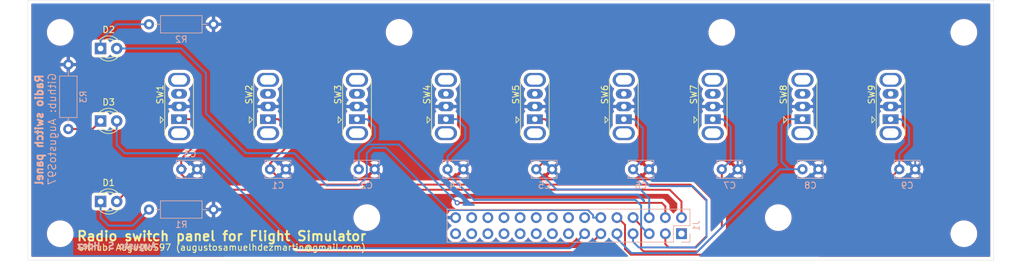
<source format=kicad_pcb>
(kicad_pcb (version 20171130) (host pcbnew "(5.1.9)-1")
  (layers (0 F.Cu signal) (31 B.Cu signal) (34 B.Paste user) (35 F.Paste user) (36 B.SilkS user) (37 F.SilkS user) (38 B.Mask user) (39 F.Mask user) (44 Edge.Cuts user))
  (net 0 "")
  (net 1 GND)
  (net 2 COM2)
  (net 3 BOTH)
  (net 4 COM1)
  (net 5 NAV1)
  (net 6 NAV2)
  (net 7 MKR)
  (net 8 DME)
  (net 9 ADF)
  (net 10 AUX)
  (net 11 O_led)
  (net 12 "Net-(D1-Pad1)")
  (net 13 M_led)
  (net 14 "Net-(D2-Pad1)")
  (net 15 I_led)
  (net 16 "Net-(D3-Pad1)")
  (module MountingHole:MountingHole_3.2mm_M3 (layer F.Cu) (at 82.55 58.42)
    (fp_text reference REF** hide)
    (fp_text value MountingHole_3.2mm_M3)
    (pad 1 np_thru_hole circle (at 0 0) (size 3.2 3.2) (drill 3.2) (layers *.Cu *.Mask))
  )
  (module MountingHole:MountingHole_3.2mm_M3 (layer F.Cu) (at 147.32 58.42)
    (fp_text reference REF** hide)
    (fp_text value MountingHole_3.2mm_M3)
    (pad 1 np_thru_hole circle (at 0 0) (size 3.2 3.2) (drill 3.2) (layers *.Cu *.Mask))
  )
  (module MountingHole:MountingHole_3.2mm_M3 (layer F.Cu) (at 138.43 29.21)
    (fp_text reference REF** hide)
    (fp_text value MountingHole_3.2mm_M3)
    (pad 1 np_thru_hole circle (at 0 0) (size 3.2 3.2) (drill 3.2) (layers *.Cu *.Mask))
  )
  (module MountingHole:MountingHole_3.2mm_M3 (layer F.Cu) (at 87.63 29.21)
    (fp_text reference REF** hide)
    (fp_text value MountingHole_3.2mm_M3)
    (pad 1 np_thru_hole circle (at 0 0) (size 3.2 3.2) (drill 3.2) (layers *.Cu *.Mask))
  )
  (module MountingHole:MountingHole_3.2mm_M3 (layer F.Cu) (at 34.29 29.21)
    (fp_text reference REF** hide)
    (fp_text value MountingHole_3.2mm_M3)
    (pad 1 np_thru_hole circle (at 0 0) (size 3.2 3.2) (drill 3.2) (layers *.Cu *.Mask))
  )
  (module MountingHole:MountingHole_3.2mm_M3 (layer F.Cu) (at 34.29 60.96)
    (fp_text reference REF** hide)
    (fp_text value MountingHole_3.2mm_M3)
    (pad 1 np_thru_hole circle (at 0 0) (size 3.2 3.2) (drill 3.2) (layers *.Cu *.Mask))
  )
  (module MountingHole:MountingHole_3.2mm_M3 (layer F.Cu) (at 176.53 60.96)
    (fp_text reference REF** hide)
    (fp_text value MountingHole_3.2mm_M3)
    (pad 1 np_thru_hole circle (at 0 0) (size 3.2 3.2) (drill 3.2) (layers *.Cu *.Mask))
  )
  (module MountingHole:MountingHole_3.2mm_M3 (layer F.Cu) (at 176.53 29.21)
    (fp_text reference REF** hide)
    (fp_text value MountingHole_3.2mm_M3)
    (pad 1 np_thru_hole circle (at 0 0) (size 3.2 3.2) (drill 3.2) (layers *.Cu *.Mask))
  )
  (module cessna-switch-radio-pcb:SW_Slide_1P2T_SS12D07VG6 (layer F.Cu) (at 165 43 90)
    (fp_text reference SW9 (at 3.99 -2.99 90) (layer F.SilkS))
    (fp_text value "SW_COM-DPDT 8x8 mm")
    (fp_line (start 0.5 -2.96) (end -0.5 -2.96) (layer F.SilkS) (width 0.12))
    (fp_line (start 0 -2.46) (end 0.5 -2.96) (layer F.SilkS) (width 0.12))
    (fp_line (start -0.5 -2.96) (end 0 -2.46) (layer F.SilkS) (width 0.12))
    (fp_line (start 6.41 2.26) (end 6.41 1.95) (layer F.SilkS) (width 0.12))
    (fp_line (start -2.41 2.26) (end -2.41 1.95) (layer F.SilkS) (width 0.12))
    (fp_line (start -2.41 -1.95) (end -2.41 -2.26) (layer F.SilkS) (width 0.12))
    (fp_line (start 6.41 2.26) (end -2.41 2.26) (layer F.SilkS) (width 0.12))
    (fp_line (start 6.41 -2.26) (end 6.41 -1.95) (layer F.SilkS) (width 0.12))
    (fp_line (start -2.41 -2.26) (end 6.41 -2.26) (layer F.SilkS) (width 0.12))
    (pad "" thru_hole oval (at 6.3 0 90) (size 2.2 3.5) (drill oval 1.5 2.5) (layers *.Cu *.Mask))
    (pad "" thru_hole oval (at -2.1 0 90) (size 2.2 3.5) (drill oval 1.5 2.5) (layers *.Cu *.Mask))
    (pad 3 thru_hole oval (at 4.1 0 90) (size 1.5 2.5) (drill 0.85) (layers *.Cu *.Mask))
    (pad 2 thru_hole oval (at 2.1 0 90) (size 1.5 2.5) (drill 0.85) (layers *.Cu *.Mask) (net 1 GND))
    (pad 1 thru_hole rect (at 0.1 0 90) (size 1.5 2.5) (drill 0.85) (layers *.Cu *.Mask) (net 10 AUX))
  )
  (module cessna-switch-radio-pcb:SW_Slide_1P2T_SS12D07VG6 (layer F.Cu) (at 151.13 43 90)
    (fp_text reference SW8 (at 3.99 -2.99 90) (layer F.SilkS))
    (fp_text value "SW_COM-DPDT 8x8 mm")
    (fp_line (start 0.5 -2.96) (end -0.5 -2.96) (layer F.SilkS) (width 0.12))
    (fp_line (start 0 -2.46) (end 0.5 -2.96) (layer F.SilkS) (width 0.12))
    (fp_line (start -0.5 -2.96) (end 0 -2.46) (layer F.SilkS) (width 0.12))
    (fp_line (start 6.41 2.26) (end 6.41 1.95) (layer F.SilkS) (width 0.12))
    (fp_line (start -2.41 2.26) (end -2.41 1.95) (layer F.SilkS) (width 0.12))
    (fp_line (start -2.41 -1.95) (end -2.41 -2.26) (layer F.SilkS) (width 0.12))
    (fp_line (start 6.41 2.26) (end -2.41 2.26) (layer F.SilkS) (width 0.12))
    (fp_line (start 6.41 -2.26) (end 6.41 -1.95) (layer F.SilkS) (width 0.12))
    (fp_line (start -2.41 -2.26) (end 6.41 -2.26) (layer F.SilkS) (width 0.12))
    (pad "" thru_hole oval (at 6.3 0 90) (size 2.2 3.5) (drill oval 1.5 2.5) (layers *.Cu *.Mask))
    (pad "" thru_hole oval (at -2.1 0 90) (size 2.2 3.5) (drill oval 1.5 2.5) (layers *.Cu *.Mask))
    (pad 3 thru_hole oval (at 4.1 0 90) (size 1.5 2.5) (drill 0.85) (layers *.Cu *.Mask))
    (pad 2 thru_hole oval (at 2.1 0 90) (size 1.5 2.5) (drill 0.85) (layers *.Cu *.Mask) (net 1 GND))
    (pad 1 thru_hole rect (at 0.1 0 90) (size 1.5 2.5) (drill 0.85) (layers *.Cu *.Mask) (net 9 ADF))
  )
  (module cessna-switch-radio-pcb:SW_Slide_1P2T_SS12D07VG6 (layer F.Cu) (at 137 43 90)
    (fp_text reference SW7 (at 3.99 -2.99 90) (layer F.SilkS))
    (fp_text value "SW_COM-DPDT 8x8 mm")
    (fp_line (start 0.5 -2.96) (end -0.5 -2.96) (layer F.SilkS) (width 0.12))
    (fp_line (start 0 -2.46) (end 0.5 -2.96) (layer F.SilkS) (width 0.12))
    (fp_line (start -0.5 -2.96) (end 0 -2.46) (layer F.SilkS) (width 0.12))
    (fp_line (start 6.41 2.26) (end 6.41 1.95) (layer F.SilkS) (width 0.12))
    (fp_line (start -2.41 2.26) (end -2.41 1.95) (layer F.SilkS) (width 0.12))
    (fp_line (start -2.41 -1.95) (end -2.41 -2.26) (layer F.SilkS) (width 0.12))
    (fp_line (start 6.41 2.26) (end -2.41 2.26) (layer F.SilkS) (width 0.12))
    (fp_line (start 6.41 -2.26) (end 6.41 -1.95) (layer F.SilkS) (width 0.12))
    (fp_line (start -2.41 -2.26) (end 6.41 -2.26) (layer F.SilkS) (width 0.12))
    (pad "" thru_hole oval (at 6.3 0 90) (size 2.2 3.5) (drill oval 1.5 2.5) (layers *.Cu *.Mask))
    (pad "" thru_hole oval (at -2.1 0 90) (size 2.2 3.5) (drill oval 1.5 2.5) (layers *.Cu *.Mask))
    (pad 3 thru_hole oval (at 4.1 0 90) (size 1.5 2.5) (drill 0.85) (layers *.Cu *.Mask))
    (pad 2 thru_hole oval (at 2.1 0 90) (size 1.5 2.5) (drill 0.85) (layers *.Cu *.Mask) (net 1 GND))
    (pad 1 thru_hole rect (at 0.1 0 90) (size 1.5 2.5) (drill 0.85) (layers *.Cu *.Mask) (net 8 DME))
  )
  (module cessna-switch-radio-pcb:SW_Slide_1P2T_SS12D07VG6 (layer F.Cu) (at 123 43 90)
    (fp_text reference SW6 (at 3.99 -2.99 90) (layer F.SilkS))
    (fp_text value "SW_COM-DPDT 8x8 mm")
    (fp_line (start 0.5 -2.96) (end -0.5 -2.96) (layer F.SilkS) (width 0.12))
    (fp_line (start 0 -2.46) (end 0.5 -2.96) (layer F.SilkS) (width 0.12))
    (fp_line (start -0.5 -2.96) (end 0 -2.46) (layer F.SilkS) (width 0.12))
    (fp_line (start 6.41 2.26) (end 6.41 1.95) (layer F.SilkS) (width 0.12))
    (fp_line (start -2.41 2.26) (end -2.41 1.95) (layer F.SilkS) (width 0.12))
    (fp_line (start -2.41 -1.95) (end -2.41 -2.26) (layer F.SilkS) (width 0.12))
    (fp_line (start 6.41 2.26) (end -2.41 2.26) (layer F.SilkS) (width 0.12))
    (fp_line (start 6.41 -2.26) (end 6.41 -1.95) (layer F.SilkS) (width 0.12))
    (fp_line (start -2.41 -2.26) (end 6.41 -2.26) (layer F.SilkS) (width 0.12))
    (pad "" thru_hole oval (at 6.3 0 90) (size 2.2 3.5) (drill oval 1.5 2.5) (layers *.Cu *.Mask))
    (pad "" thru_hole oval (at -2.1 0 90) (size 2.2 3.5) (drill oval 1.5 2.5) (layers *.Cu *.Mask))
    (pad 3 thru_hole oval (at 4.1 0 90) (size 1.5 2.5) (drill 0.85) (layers *.Cu *.Mask))
    (pad 2 thru_hole oval (at 2.1 0 90) (size 1.5 2.5) (drill 0.85) (layers *.Cu *.Mask) (net 1 GND))
    (pad 1 thru_hole rect (at 0.1 0 90) (size 1.5 2.5) (drill 0.85) (layers *.Cu *.Mask) (net 7 MKR))
  )
  (module cessna-switch-radio-pcb:SW_Slide_1P2T_SS12D07VG6 (layer F.Cu) (at 109 43 90)
    (fp_text reference SW5 (at 3.99 -2.99 90) (layer F.SilkS))
    (fp_text value "SW_COM-DPDT 8x8 mm")
    (fp_line (start 0.5 -2.96) (end -0.5 -2.96) (layer F.SilkS) (width 0.12))
    (fp_line (start 0 -2.46) (end 0.5 -2.96) (layer F.SilkS) (width 0.12))
    (fp_line (start -0.5 -2.96) (end 0 -2.46) (layer F.SilkS) (width 0.12))
    (fp_line (start 6.41 2.26) (end 6.41 1.95) (layer F.SilkS) (width 0.12))
    (fp_line (start -2.41 2.26) (end -2.41 1.95) (layer F.SilkS) (width 0.12))
    (fp_line (start -2.41 -1.95) (end -2.41 -2.26) (layer F.SilkS) (width 0.12))
    (fp_line (start 6.41 2.26) (end -2.41 2.26) (layer F.SilkS) (width 0.12))
    (fp_line (start 6.41 -2.26) (end 6.41 -1.95) (layer F.SilkS) (width 0.12))
    (fp_line (start -2.41 -2.26) (end 6.41 -2.26) (layer F.SilkS) (width 0.12))
    (pad "" thru_hole oval (at 6.3 0 90) (size 2.2 3.5) (drill oval 1.5 2.5) (layers *.Cu *.Mask))
    (pad "" thru_hole oval (at -2.1 0 90) (size 2.2 3.5) (drill oval 1.5 2.5) (layers *.Cu *.Mask))
    (pad 3 thru_hole oval (at 4.1 0 90) (size 1.5 2.5) (drill 0.85) (layers *.Cu *.Mask))
    (pad 2 thru_hole oval (at 2.1 0 90) (size 1.5 2.5) (drill 0.85) (layers *.Cu *.Mask) (net 1 GND))
    (pad 1 thru_hole rect (at 0.1 0 90) (size 1.5 2.5) (drill 0.85) (layers *.Cu *.Mask) (net 6 NAV2))
  )
  (module cessna-switch-radio-pcb:SW_Slide_1P2T_SS12D07VG6 (layer F.Cu) (at 95 43 90)
    (fp_text reference SW4 (at 3.99 -2.99 90) (layer F.SilkS))
    (fp_text value "SW_COM-DPDT 8x8 mm")
    (fp_line (start 0.5 -2.96) (end -0.5 -2.96) (layer F.SilkS) (width 0.12))
    (fp_line (start 0 -2.46) (end 0.5 -2.96) (layer F.SilkS) (width 0.12))
    (fp_line (start -0.5 -2.96) (end 0 -2.46) (layer F.SilkS) (width 0.12))
    (fp_line (start 6.41 2.26) (end 6.41 1.95) (layer F.SilkS) (width 0.12))
    (fp_line (start -2.41 2.26) (end -2.41 1.95) (layer F.SilkS) (width 0.12))
    (fp_line (start -2.41 -1.95) (end -2.41 -2.26) (layer F.SilkS) (width 0.12))
    (fp_line (start 6.41 2.26) (end -2.41 2.26) (layer F.SilkS) (width 0.12))
    (fp_line (start 6.41 -2.26) (end 6.41 -1.95) (layer F.SilkS) (width 0.12))
    (fp_line (start -2.41 -2.26) (end 6.41 -2.26) (layer F.SilkS) (width 0.12))
    (pad "" thru_hole oval (at 6.3 0 90) (size 2.2 3.5) (drill oval 1.5 2.5) (layers *.Cu *.Mask))
    (pad "" thru_hole oval (at -2.1 0 90) (size 2.2 3.5) (drill oval 1.5 2.5) (layers *.Cu *.Mask))
    (pad 3 thru_hole oval (at 4.1 0 90) (size 1.5 2.5) (drill 0.85) (layers *.Cu *.Mask))
    (pad 2 thru_hole oval (at 2.1 0 90) (size 1.5 2.5) (drill 0.85) (layers *.Cu *.Mask) (net 1 GND))
    (pad 1 thru_hole rect (at 0.1 0 90) (size 1.5 2.5) (drill 0.85) (layers *.Cu *.Mask) (net 5 NAV1))
  )
  (module cessna-switch-radio-pcb:SW_Slide_1P2T_SS12D07VG6 (layer F.Cu) (at 81 43 90)
    (fp_text reference SW3 (at 3.99 -2.99 90) (layer F.SilkS))
    (fp_text value "SW_COM-DPDT 8x8 mm")
    (fp_line (start 0.5 -2.96) (end -0.5 -2.96) (layer F.SilkS) (width 0.12))
    (fp_line (start 0 -2.46) (end 0.5 -2.96) (layer F.SilkS) (width 0.12))
    (fp_line (start -0.5 -2.96) (end 0 -2.46) (layer F.SilkS) (width 0.12))
    (fp_line (start 6.41 2.26) (end 6.41 1.95) (layer F.SilkS) (width 0.12))
    (fp_line (start -2.41 2.26) (end -2.41 1.95) (layer F.SilkS) (width 0.12))
    (fp_line (start -2.41 -1.95) (end -2.41 -2.26) (layer F.SilkS) (width 0.12))
    (fp_line (start 6.41 2.26) (end -2.41 2.26) (layer F.SilkS) (width 0.12))
    (fp_line (start 6.41 -2.26) (end 6.41 -1.95) (layer F.SilkS) (width 0.12))
    (fp_line (start -2.41 -2.26) (end 6.41 -2.26) (layer F.SilkS) (width 0.12))
    (pad "" thru_hole oval (at 6.3 0 90) (size 2.2 3.5) (drill oval 1.5 2.5) (layers *.Cu *.Mask))
    (pad "" thru_hole oval (at -2.1 0 90) (size 2.2 3.5) (drill oval 1.5 2.5) (layers *.Cu *.Mask))
    (pad 3 thru_hole oval (at 4.1 0 90) (size 1.5 2.5) (drill 0.85) (layers *.Cu *.Mask))
    (pad 2 thru_hole oval (at 2.1 0 90) (size 1.5 2.5) (drill 0.85) (layers *.Cu *.Mask) (net 1 GND))
    (pad 1 thru_hole rect (at 0.1 0 90) (size 1.5 2.5) (drill 0.85) (layers *.Cu *.Mask) (net 3 BOTH))
  )
  (module cessna-switch-radio-pcb:SW_Slide_1P2T_SS12D07VG6 (layer F.Cu) (at 67 43 90)
    (fp_text reference SW2 (at 3.99 -2.99 90) (layer F.SilkS))
    (fp_text value "SW_COM-DPDT 8x8 mm")
    (fp_line (start 0.5 -2.96) (end -0.5 -2.96) (layer F.SilkS) (width 0.12))
    (fp_line (start 0 -2.46) (end 0.5 -2.96) (layer F.SilkS) (width 0.12))
    (fp_line (start -0.5 -2.96) (end 0 -2.46) (layer F.SilkS) (width 0.12))
    (fp_line (start 6.41 2.26) (end 6.41 1.95) (layer F.SilkS) (width 0.12))
    (fp_line (start -2.41 2.26) (end -2.41 1.95) (layer F.SilkS) (width 0.12))
    (fp_line (start -2.41 -1.95) (end -2.41 -2.26) (layer F.SilkS) (width 0.12))
    (fp_line (start 6.41 2.26) (end -2.41 2.26) (layer F.SilkS) (width 0.12))
    (fp_line (start 6.41 -2.26) (end 6.41 -1.95) (layer F.SilkS) (width 0.12))
    (fp_line (start -2.41 -2.26) (end 6.41 -2.26) (layer F.SilkS) (width 0.12))
    (pad "" thru_hole oval (at 6.3 0 90) (size 2.2 3.5) (drill oval 1.5 2.5) (layers *.Cu *.Mask))
    (pad "" thru_hole oval (at -2.1 0 90) (size 2.2 3.5) (drill oval 1.5 2.5) (layers *.Cu *.Mask))
    (pad 3 thru_hole oval (at 4.1 0 90) (size 1.5 2.5) (drill 0.85) (layers *.Cu *.Mask))
    (pad 2 thru_hole oval (at 2.1 0 90) (size 1.5 2.5) (drill 0.85) (layers *.Cu *.Mask) (net 1 GND))
    (pad 1 thru_hole rect (at 0.1 0 90) (size 1.5 2.5) (drill 0.85) (layers *.Cu *.Mask) (net 2 COM2))
  )
  (module cessna-switch-radio-pcb:SW_Slide_1P2T_SS12D07VG6 (layer F.Cu) (at 53 43 90)
    (fp_text reference SW1 (at 3.99 -2.99 90) (layer F.SilkS))
    (fp_text value "SW_COM-DPDT 8x8 mm")
    (fp_line (start 0.5 -2.96) (end -0.5 -2.96) (layer F.SilkS) (width 0.12))
    (fp_line (start 0 -2.46) (end 0.5 -2.96) (layer F.SilkS) (width 0.12))
    (fp_line (start -0.5 -2.96) (end 0 -2.46) (layer F.SilkS) (width 0.12))
    (fp_line (start 6.41 2.26) (end 6.41 1.95) (layer F.SilkS) (width 0.12))
    (fp_line (start -2.41 2.26) (end -2.41 1.95) (layer F.SilkS) (width 0.12))
    (fp_line (start -2.41 -1.95) (end -2.41 -2.26) (layer F.SilkS) (width 0.12))
    (fp_line (start 6.41 2.26) (end -2.41 2.26) (layer F.SilkS) (width 0.12))
    (fp_line (start 6.41 -2.26) (end 6.41 -1.95) (layer F.SilkS) (width 0.12))
    (fp_line (start -2.41 -2.26) (end 6.41 -2.26) (layer F.SilkS) (width 0.12))
    (pad "" thru_hole oval (at 6.3 0 90) (size 2.2 3.5) (drill oval 1.5 2.5) (layers *.Cu *.Mask))
    (pad "" thru_hole oval (at -2.1 0 90) (size 2.2 3.5) (drill oval 1.5 2.5) (layers *.Cu *.Mask))
    (pad 3 thru_hole oval (at 4.1 0 90) (size 1.5 2.5) (drill 0.85) (layers *.Cu *.Mask))
    (pad 2 thru_hole oval (at 2.1 0 90) (size 1.5 2.5) (drill 0.85) (layers *.Cu *.Mask) (net 1 GND))
    (pad 1 thru_hole rect (at 0.1 0 90) (size 1.5 2.5) (drill 0.85) (layers *.Cu *.Mask) (net 4 COM1))
  )
  (module Resistor_THT:R_Axial_DIN0207_L6.3mm_D2.5mm_P10.16mm_Horizontal (layer B.Cu) (at 35.56 44.45 90)
    (fp_text reference R3 (at 5.08 2.37 -90) (layer B.SilkS) (effects (justify mirror)))
    (fp_text value 220Ohm)
    (fp_line (start 1.81 1.37) (end 1.81 -1.37) (layer B.SilkS) (width 0.12))
    (fp_line (start 1.81 -1.37) (end 8.35 -1.37) (layer B.SilkS) (width 0.12))
    (fp_line (start 8.35 -1.37) (end 8.35 1.37) (layer B.SilkS) (width 0.12))
    (fp_line (start 8.35 1.37) (end 1.81 1.37) (layer B.SilkS) (width 0.12))
    (fp_line (start 1.04 0) (end 1.81 0) (layer B.SilkS) (width 0.12))
    (fp_line (start 9.12 0) (end 8.35 0) (layer B.SilkS) (width 0.12))
    (pad 2 thru_hole oval (at 10.16 0 90) (size 1.6 1.6) (drill 0.8) (layers *.Cu *.Mask) (net 1 GND))
    (pad 1 thru_hole circle (at 0 0 90) (size 1.6 1.6) (drill 0.8) (layers *.Cu *.Mask) (net 16 "Net-(D3-Pad1)"))
  )
  (module Resistor_THT:R_Axial_DIN0207_L6.3mm_D2.5mm_P10.16mm_Horizontal (layer B.Cu) (at 48.26 27.94)
    (fp_text reference R2 (at 5.08 2.37) (layer B.SilkS) (effects (justify mirror)))
    (fp_text value 220Ohm)
    (fp_line (start 1.81 1.37) (end 1.81 -1.37) (layer B.SilkS) (width 0.12))
    (fp_line (start 1.81 -1.37) (end 8.35 -1.37) (layer B.SilkS) (width 0.12))
    (fp_line (start 8.35 -1.37) (end 8.35 1.37) (layer B.SilkS) (width 0.12))
    (fp_line (start 8.35 1.37) (end 1.81 1.37) (layer B.SilkS) (width 0.12))
    (fp_line (start 1.04 0) (end 1.81 0) (layer B.SilkS) (width 0.12))
    (fp_line (start 9.12 0) (end 8.35 0) (layer B.SilkS) (width 0.12))
    (pad 2 thru_hole oval (at 10.16 0) (size 1.6 1.6) (drill 0.8) (layers *.Cu *.Mask) (net 1 GND))
    (pad 1 thru_hole circle (at 0 0) (size 1.6 1.6) (drill 0.8) (layers *.Cu *.Mask) (net 14 "Net-(D2-Pad1)"))
  )
  (module Resistor_THT:R_Axial_DIN0207_L6.3mm_D2.5mm_P10.16mm_Horizontal (layer B.Cu) (at 48.26 57.15)
    (fp_text reference R1 (at 5.08 2.37) (layer B.SilkS) (effects (justify mirror)))
    (fp_text value 220Ohm)
    (fp_line (start 1.81 1.37) (end 1.81 -1.37) (layer B.SilkS) (width 0.12))
    (fp_line (start 1.81 -1.37) (end 8.35 -1.37) (layer B.SilkS) (width 0.12))
    (fp_line (start 8.35 -1.37) (end 8.35 1.37) (layer B.SilkS) (width 0.12))
    (fp_line (start 8.35 1.37) (end 1.81 1.37) (layer B.SilkS) (width 0.12))
    (fp_line (start 1.04 0) (end 1.81 0) (layer B.SilkS) (width 0.12))
    (fp_line (start 9.12 0) (end 8.35 0) (layer B.SilkS) (width 0.12))
    (pad 2 thru_hole oval (at 10.16 0) (size 1.6 1.6) (drill 0.8) (layers *.Cu *.Mask) (net 1 GND))
    (pad 1 thru_hole circle (at 0 0) (size 1.6 1.6) (drill 0.8) (layers *.Cu *.Mask) (net 12 "Net-(D1-Pad1)"))
  )
  (module LED_THT:LED_D3.0mm (layer F.Cu) (at 40.64 43.18)
    (fp_text reference D3 (at 1.27 -2.96) (layer F.SilkS))
    (fp_text value LED)
    (fp_arc (start 1.27 0) (end 0.229039 1.08) (angle -87.9) (layer F.SilkS) (width 0.12))
    (fp_arc (start 1.27 0) (end 0.229039 -1.08) (angle 87.9) (layer F.SilkS) (width 0.12))
    (fp_arc (start 1.27 0) (end -0.29 1.235516) (angle -108.8) (layer F.SilkS) (width 0.12))
    (fp_arc (start 1.27 0) (end -0.29 -1.235516) (angle 108.8) (layer F.SilkS) (width 0.12))
    (fp_line (start -0.29 -1.236) (end -0.29 -1.08) (layer F.SilkS) (width 0.12))
    (fp_line (start -0.29 1.08) (end -0.29 1.236) (layer F.SilkS) (width 0.12))
    (pad 2 thru_hole circle (at 2.54 0) (size 1.8 1.8) (drill 0.9) (layers *.Cu *.Mask) (net 15 I_led))
    (pad 1 thru_hole rect (at 0 0) (size 1.8 1.8) (drill 0.9) (layers *.Cu *.Mask) (net 16 "Net-(D3-Pad1)"))
  )
  (module LED_THT:LED_D3.0mm (layer F.Cu) (at 40.64 31.75)
    (fp_text reference D2 (at 1.27 -2.96) (layer F.SilkS))
    (fp_text value LED)
    (fp_arc (start 1.27 0) (end 0.229039 1.08) (angle -87.9) (layer F.SilkS) (width 0.12))
    (fp_arc (start 1.27 0) (end 0.229039 -1.08) (angle 87.9) (layer F.SilkS) (width 0.12))
    (fp_arc (start 1.27 0) (end -0.29 1.235516) (angle -108.8) (layer F.SilkS) (width 0.12))
    (fp_arc (start 1.27 0) (end -0.29 -1.235516) (angle 108.8) (layer F.SilkS) (width 0.12))
    (fp_line (start -0.29 -1.236) (end -0.29 -1.08) (layer F.SilkS) (width 0.12))
    (fp_line (start -0.29 1.08) (end -0.29 1.236) (layer F.SilkS) (width 0.12))
    (pad 2 thru_hole circle (at 2.54 0) (size 1.8 1.8) (drill 0.9) (layers *.Cu *.Mask) (net 13 M_led))
    (pad 1 thru_hole rect (at 0 0) (size 1.8 1.8) (drill 0.9) (layers *.Cu *.Mask) (net 14 "Net-(D2-Pad1)"))
  )
  (module LED_THT:LED_D3.0mm (layer F.Cu) (at 40.64 55.88)
    (fp_text reference D1 (at 1.27 -2.96) (layer F.SilkS))
    (fp_text value LED)
    (fp_arc (start 1.27 0) (end 0.229039 1.08) (angle -87.9) (layer F.SilkS) (width 0.12))
    (fp_arc (start 1.27 0) (end 0.229039 -1.08) (angle 87.9) (layer F.SilkS) (width 0.12))
    (fp_arc (start 1.27 0) (end -0.29 1.235516) (angle -108.8) (layer F.SilkS) (width 0.12))
    (fp_arc (start 1.27 0) (end -0.29 -1.235516) (angle 108.8) (layer F.SilkS) (width 0.12))
    (fp_line (start -0.29 -1.236) (end -0.29 -1.08) (layer F.SilkS) (width 0.12))
    (fp_line (start -0.29 1.08) (end -0.29 1.236) (layer F.SilkS) (width 0.12))
    (pad 2 thru_hole circle (at 2.54 0) (size 1.8 1.8) (drill 0.9) (layers *.Cu *.Mask) (net 11 O_led))
    (pad 1 thru_hole rect (at 0 0) (size 1.8 1.8) (drill 0.9) (layers *.Cu *.Mask) (net 12 "Net-(D1-Pad1)"))
  )
  (module Capacitor_THT:C_Disc_D3.8mm_W2.6mm_P2.50mm (layer B.Cu) (at 166.37 50.8)
    (fp_text reference C9 (at 1.25 2.55) (layer B.SilkS) (effects (justify mirror)))
    (fp_text value 10nF)
    (fp_line (start -0.77 1.42) (end 3.27 1.42) (layer B.SilkS) (width 0.12))
    (fp_line (start -0.77 -1.42) (end 3.27 -1.42) (layer B.SilkS) (width 0.12))
    (fp_line (start -0.77 1.42) (end -0.77 0.795) (layer B.SilkS) (width 0.12))
    (fp_line (start -0.77 -0.795) (end -0.77 -1.42) (layer B.SilkS) (width 0.12))
    (fp_line (start 3.27 1.42) (end 3.27 0.795) (layer B.SilkS) (width 0.12))
    (fp_line (start 3.27 -0.795) (end 3.27 -1.42) (layer B.SilkS) (width 0.12))
    (pad 2 thru_hole circle (at 2.5 0) (size 1.6 1.6) (drill 0.8) (layers *.Cu *.Mask) (net 1 GND))
    (pad 1 thru_hole circle (at 0 0) (size 1.6 1.6) (drill 0.8) (layers *.Cu *.Mask) (net 10 AUX))
  )
  (module Capacitor_THT:C_Disc_D3.8mm_W2.6mm_P2.50mm (layer B.Cu) (at 151.13 50.8)
    (fp_text reference C8 (at 1.25 2.55) (layer B.SilkS) (effects (justify mirror)))
    (fp_text value 10nF)
    (fp_line (start -0.77 1.42) (end 3.27 1.42) (layer B.SilkS) (width 0.12))
    (fp_line (start -0.77 -1.42) (end 3.27 -1.42) (layer B.SilkS) (width 0.12))
    (fp_line (start -0.77 1.42) (end -0.77 0.795) (layer B.SilkS) (width 0.12))
    (fp_line (start -0.77 -0.795) (end -0.77 -1.42) (layer B.SilkS) (width 0.12))
    (fp_line (start 3.27 1.42) (end 3.27 0.795) (layer B.SilkS) (width 0.12))
    (fp_line (start 3.27 -0.795) (end 3.27 -1.42) (layer B.SilkS) (width 0.12))
    (pad 2 thru_hole circle (at 2.5 0) (size 1.6 1.6) (drill 0.8) (layers *.Cu *.Mask) (net 1 GND))
    (pad 1 thru_hole circle (at 0 0) (size 1.6 1.6) (drill 0.8) (layers *.Cu *.Mask) (net 9 ADF))
  )
  (module Capacitor_THT:C_Disc_D3.8mm_W2.6mm_P2.50mm (layer B.Cu) (at 138.43 50.8)
    (fp_text reference C7 (at 1.25 2.55) (layer B.SilkS) (effects (justify mirror)))
    (fp_text value 10nF)
    (fp_line (start -0.77 1.42) (end 3.27 1.42) (layer B.SilkS) (width 0.12))
    (fp_line (start -0.77 -1.42) (end 3.27 -1.42) (layer B.SilkS) (width 0.12))
    (fp_line (start -0.77 1.42) (end -0.77 0.795) (layer B.SilkS) (width 0.12))
    (fp_line (start -0.77 -0.795) (end -0.77 -1.42) (layer B.SilkS) (width 0.12))
    (fp_line (start 3.27 1.42) (end 3.27 0.795) (layer B.SilkS) (width 0.12))
    (fp_line (start 3.27 -0.795) (end 3.27 -1.42) (layer B.SilkS) (width 0.12))
    (pad 2 thru_hole circle (at 2.5 0) (size 1.6 1.6) (drill 0.8) (layers *.Cu *.Mask) (net 1 GND))
    (pad 1 thru_hole circle (at 0 0) (size 1.6 1.6) (drill 0.8) (layers *.Cu *.Mask) (net 8 DME))
  )
  (module Capacitor_THT:C_Disc_D3.8mm_W2.6mm_P2.50mm (layer B.Cu) (at 124.46 50.8)
    (fp_text reference C6 (at 1.25 2.55) (layer B.SilkS) (effects (justify mirror)))
    (fp_text value 10nF)
    (fp_line (start -0.77 1.42) (end 3.27 1.42) (layer B.SilkS) (width 0.12))
    (fp_line (start -0.77 -1.42) (end 3.27 -1.42) (layer B.SilkS) (width 0.12))
    (fp_line (start -0.77 1.42) (end -0.77 0.795) (layer B.SilkS) (width 0.12))
    (fp_line (start -0.77 -0.795) (end -0.77 -1.42) (layer B.SilkS) (width 0.12))
    (fp_line (start 3.27 1.42) (end 3.27 0.795) (layer B.SilkS) (width 0.12))
    (fp_line (start 3.27 -0.795) (end 3.27 -1.42) (layer B.SilkS) (width 0.12))
    (pad 2 thru_hole circle (at 2.5 0) (size 1.6 1.6) (drill 0.8) (layers *.Cu *.Mask) (net 1 GND))
    (pad 1 thru_hole circle (at 0 0) (size 1.6 1.6) (drill 0.8) (layers *.Cu *.Mask) (net 7 MKR))
  )
  (module Capacitor_THT:C_Disc_D3.8mm_W2.6mm_P2.50mm (layer B.Cu) (at 109.22 50.8)
    (fp_text reference C5 (at 1.25 2.55) (layer B.SilkS) (effects (justify mirror)))
    (fp_text value 10nF)
    (fp_line (start -0.77 1.42) (end 3.27 1.42) (layer B.SilkS) (width 0.12))
    (fp_line (start -0.77 -1.42) (end 3.27 -1.42) (layer B.SilkS) (width 0.12))
    (fp_line (start -0.77 1.42) (end -0.77 0.795) (layer B.SilkS) (width 0.12))
    (fp_line (start -0.77 -0.795) (end -0.77 -1.42) (layer B.SilkS) (width 0.12))
    (fp_line (start 3.27 1.42) (end 3.27 0.795) (layer B.SilkS) (width 0.12))
    (fp_line (start 3.27 -0.795) (end 3.27 -1.42) (layer B.SilkS) (width 0.12))
    (pad 2 thru_hole circle (at 2.5 0) (size 1.6 1.6) (drill 0.8) (layers *.Cu *.Mask) (net 1 GND))
    (pad 1 thru_hole circle (at 0 0) (size 1.6 1.6) (drill 0.8) (layers *.Cu *.Mask) (net 6 NAV2))
  )
  (module Capacitor_THT:C_Disc_D3.8mm_W2.6mm_P2.50mm (layer B.Cu) (at 95.25 50.8)
    (fp_text reference C4 (at 1.25 2.55) (layer B.SilkS) (effects (justify mirror)))
    (fp_text value 10nF)
    (fp_line (start -0.77 1.42) (end 3.27 1.42) (layer B.SilkS) (width 0.12))
    (fp_line (start -0.77 -1.42) (end 3.27 -1.42) (layer B.SilkS) (width 0.12))
    (fp_line (start -0.77 1.42) (end -0.77 0.795) (layer B.SilkS) (width 0.12))
    (fp_line (start -0.77 -0.795) (end -0.77 -1.42) (layer B.SilkS) (width 0.12))
    (fp_line (start 3.27 1.42) (end 3.27 0.795) (layer B.SilkS) (width 0.12))
    (fp_line (start 3.27 -0.795) (end 3.27 -1.42) (layer B.SilkS) (width 0.12))
    (pad 2 thru_hole circle (at 2.5 0) (size 1.6 1.6) (drill 0.8) (layers *.Cu *.Mask) (net 1 GND))
    (pad 1 thru_hole circle (at 0 0) (size 1.6 1.6) (drill 0.8) (layers *.Cu *.Mask) (net 5 NAV1))
  )
  (module Capacitor_THT:C_Disc_D3.8mm_W2.6mm_P2.50mm (layer B.Cu) (at 81.28 50.8)
    (fp_text reference C2 (at 1.25 2.55) (layer B.SilkS) (effects (justify mirror)))
    (fp_text value 10nF)
    (fp_line (start -0.77 1.42) (end 3.27 1.42) (layer B.SilkS) (width 0.12))
    (fp_line (start -0.77 -1.42) (end 3.27 -1.42) (layer B.SilkS) (width 0.12))
    (fp_line (start -0.77 1.42) (end -0.77 0.795) (layer B.SilkS) (width 0.12))
    (fp_line (start -0.77 -0.795) (end -0.77 -1.42) (layer B.SilkS) (width 0.12))
    (fp_line (start 3.27 1.42) (end 3.27 0.795) (layer B.SilkS) (width 0.12))
    (fp_line (start 3.27 -0.795) (end 3.27 -1.42) (layer B.SilkS) (width 0.12))
    (pad 2 thru_hole circle (at 2.5 0) (size 1.6 1.6) (drill 0.8) (layers *.Cu *.Mask) (net 1 GND))
    (pad 1 thru_hole circle (at 0 0) (size 1.6 1.6) (drill 0.8) (layers *.Cu *.Mask) (net 3 BOTH))
  )
  (module Capacitor_THT:C_Disc_D3.8mm_W2.6mm_P2.50mm (layer B.Cu) (at 67.31 50.8)
    (fp_text reference C1 (at 1.25 2.55) (layer B.SilkS) (effects (justify mirror)))
    (fp_text value 10nF)
    (fp_line (start -0.77 1.42) (end 3.27 1.42) (layer B.SilkS) (width 0.12))
    (fp_line (start -0.77 -1.42) (end 3.27 -1.42) (layer B.SilkS) (width 0.12))
    (fp_line (start -0.77 1.42) (end -0.77 0.795) (layer B.SilkS) (width 0.12))
    (fp_line (start -0.77 -0.795) (end -0.77 -1.42) (layer B.SilkS) (width 0.12))
    (fp_line (start 3.27 1.42) (end 3.27 0.795) (layer B.SilkS) (width 0.12))
    (fp_line (start 3.27 -0.795) (end 3.27 -1.42) (layer B.SilkS) (width 0.12))
    (pad 2 thru_hole circle (at 2.5 0) (size 1.6 1.6) (drill 0.8) (layers *.Cu *.Mask) (net 1 GND))
    (pad 1 thru_hole circle (at 0 0) (size 1.6 1.6) (drill 0.8) (layers *.Cu *.Mask) (net 2 COM2))
  )
  (module Connector_PinHeader_2.54mm:PinHeader_2x15_P2.54mm_Vertical (layer B.Cu) (at 132.08 60.96 90)
    (fp_text reference J1 (at 1.27 2.33 90) (layer B.SilkS) (effects (justify mirror)))
    (fp_text value Conn_02x15_Odd_Even)
    (fp_line (start -1.33 -36.89) (end 3.87 -36.89) (layer B.SilkS) (width 0.12))
    (fp_line (start -1.33 -1.27) (end -1.33 -36.89) (layer B.SilkS) (width 0.12))
    (fp_line (start 3.87 1.33) (end 3.87 -36.89) (layer B.SilkS) (width 0.12))
    (fp_line (start -1.33 -1.27) (end 1.27 -1.27) (layer B.SilkS) (width 0.12))
    (fp_line (start 1.27 -1.27) (end 1.27 1.33) (layer B.SilkS) (width 0.12))
    (fp_line (start 1.27 1.33) (end 3.87 1.33) (layer B.SilkS) (width 0.12))
    (fp_line (start -1.33 0) (end -1.33 1.33) (layer B.SilkS) (width 0.12))
    (fp_line (start -1.33 1.33) (end 0 1.33) (layer B.SilkS) (width 0.12))
    (pad 30 thru_hole oval (at 2.54 -35.56 90) (size 1.7 1.7) (drill 1) (layers *.Cu *.Mask) (net 1 GND))
    (pad 29 thru_hole oval (at 0 -35.56 90) (size 1.7 1.7) (drill 1) (layers *.Cu *.Mask))
    (pad 28 thru_hole oval (at 2.54 -33.02 90) (size 1.7 1.7) (drill 1) (layers *.Cu *.Mask))
    (pad 27 thru_hole oval (at 0 -33.02 90) (size 1.7 1.7) (drill 1) (layers *.Cu *.Mask))
    (pad 26 thru_hole oval (at 2.54 -30.48 90) (size 1.7 1.7) (drill 1) (layers *.Cu *.Mask))
    (pad 25 thru_hole oval (at 0 -30.48 90) (size 1.7 1.7) (drill 1) (layers *.Cu *.Mask))
    (pad 24 thru_hole oval (at 2.54 -27.94 90) (size 1.7 1.7) (drill 1) (layers *.Cu *.Mask))
    (pad 23 thru_hole oval (at 0 -27.94 90) (size 1.7 1.7) (drill 1) (layers *.Cu *.Mask))
    (pad 22 thru_hole oval (at 2.54 -25.4 90) (size 1.7 1.7) (drill 1) (layers *.Cu *.Mask))
    (pad 21 thru_hole oval (at 0 -25.4 90) (size 1.7 1.7) (drill 1) (layers *.Cu *.Mask))
    (pad 20 thru_hole oval (at 2.54 -22.86 90) (size 1.7 1.7) (drill 1) (layers *.Cu *.Mask))
    (pad 19 thru_hole oval (at 0 -22.86 90) (size 1.7 1.7) (drill 1) (layers *.Cu *.Mask))
    (pad 18 thru_hole oval (at 2.54 -20.32 90) (size 1.7 1.7) (drill 1) (layers *.Cu *.Mask))
    (pad 17 thru_hole oval (at 0 -20.32 90) (size 1.7 1.7) (drill 1) (layers *.Cu *.Mask))
    (pad 16 thru_hole oval (at 2.54 -17.78 90) (size 1.7 1.7) (drill 1) (layers *.Cu *.Mask))
    (pad 15 thru_hole oval (at 0 -17.78 90) (size 1.7 1.7) (drill 1) (layers *.Cu *.Mask))
    (pad 14 thru_hole oval (at 2.54 -15.24 90) (size 1.7 1.7) (drill 1) (layers *.Cu *.Mask))
    (pad 13 thru_hole oval (at 0 -15.24 90) (size 1.7 1.7) (drill 1) (layers *.Cu *.Mask) (net 15 I_led))
    (pad 12 thru_hole oval (at 2.54 -12.7 90) (size 1.7 1.7) (drill 1) (layers *.Cu *.Mask) (net 13 M_led))
    (pad 11 thru_hole oval (at 0 -12.7 90) (size 1.7 1.7) (drill 1) (layers *.Cu *.Mask) (net 11 O_led))
    (pad 10 thru_hole oval (at 2.54 -10.16 90) (size 1.7 1.7) (drill 1) (layers *.Cu *.Mask) (net 10 AUX))
    (pad 9 thru_hole oval (at 0 -10.16 90) (size 1.7 1.7) (drill 1) (layers *.Cu *.Mask) (net 9 ADF))
    (pad 8 thru_hole oval (at 2.54 -7.62 90) (size 1.7 1.7) (drill 1) (layers *.Cu *.Mask) (net 8 DME))
    (pad 7 thru_hole oval (at 0 -7.62 90) (size 1.7 1.7) (drill 1) (layers *.Cu *.Mask) (net 7 MKR))
    (pad 6 thru_hole oval (at 2.54 -5.08 90) (size 1.7 1.7) (drill 1) (layers *.Cu *.Mask) (net 6 NAV2))
    (pad 5 thru_hole oval (at 0 -5.08 90) (size 1.7 1.7) (drill 1) (layers *.Cu *.Mask) (net 5 NAV1))
    (pad 4 thru_hole oval (at 2.54 -2.54 90) (size 1.7 1.7) (drill 1) (layers *.Cu *.Mask) (net 3 BOTH))
    (pad 3 thru_hole oval (at 0 -2.54 90) (size 1.7 1.7) (drill 1) (layers *.Cu *.Mask) (net 2 COM2))
    (pad 2 thru_hole oval (at 2.54 0 90) (size 1.7 1.7) (drill 1) (layers *.Cu *.Mask) (net 4 COM1))
    (pad 1 thru_hole rect (at 0 0 90) (size 1.7 1.7) (drill 1) (layers *.Cu *.Mask))
  )
  (module Capacitor_THT:C_Disc_D3.8mm_W2.6mm_P2.50mm (layer B.Cu) (at 53.34 50.8)
    (fp_text reference C3 (at 1.397 -2.413) (layer B.SilkS) (effects (justify mirror)))
    (fp_text value 10nF)
    (fp_line (start -0.77 1.42) (end 3.27 1.42) (layer B.SilkS) (width 0.12))
    (fp_line (start -0.77 -1.42) (end 3.27 -1.42) (layer B.SilkS) (width 0.12))
    (fp_line (start -0.77 1.42) (end -0.77 0.795) (layer B.SilkS) (width 0.12))
    (fp_line (start -0.77 -0.795) (end -0.77 -1.42) (layer B.SilkS) (width 0.12))
    (fp_line (start 3.27 1.42) (end 3.27 0.795) (layer B.SilkS) (width 0.12))
    (fp_line (start 3.27 -0.795) (end 3.27 -1.42) (layer B.SilkS) (width 0.12))
    (pad 2 thru_hole circle (at 2.5 0) (size 1.6 1.6) (drill 0.8) (layers *.Cu *.Mask) (net 1 GND))
    (pad 1 thru_hole circle (at 0 0) (size 1.6 1.6) (drill 0.8) (layers *.Cu *.Mask) (net 4 COM1))
  )
  (gr_text "Github: AugustoS97" (at 33.02 44.45 90) (layer B.SilkS) (effects (font (size 1.2 1.2)) (justify mirror)))
  (gr_text "Radio switch panel" (at 30.988 44.577 90) (layer B.SilkS) (effects (font (size 1.2 1.2) (thickness 0.3)) (justify mirror)))
  (gr_text "Augusto S. Hdez" (at 43.18 62.865) (layer B.SilkS) (effects (font (size 1 1) (thickness 0.25)) (justify mirror)))
  (gr_text "Augusto S. Hdez" (at 43.18 62.865) (layer B.Cu) (effects (font (size 1 1) (thickness 0.25)) (justify mirror)))
  (gr_text "Github: AugustoS97 (augustosamuelhdezmartin@gmail.com)" (at 59.69 63.119) (layer F.SilkS) (effects (font (size 1 1))))
  (gr_text "Radio switch panel for Flight Simulator" (at 59.69 61.341) (layer F.SilkS) (effects (font (size 1.5 1.5) (thickness 0.3))))
  (gr_line (start 29.21 65.13) (end 29.21 24.13) (layer Edge.Cuts) (width 0.05))
  (gr_line (start 181.21 65.13) (end 29.21 65.13) (layer Edge.Cuts) (width 0.05))
  (gr_line (start 181.21 24.13) (end 181.21 65.13) (layer Edge.Cuts) (width 0.05))
  (gr_line (start 29.21 24.13) (end 181.21 24.13) (layer Edge.Cuts) (width 0.05))
  (segment (start 55.84 40.9) (end 54.6003 40.9) (width 0.3) (layer F.Cu) (net 1))
  (segment (start 53 40.9) (end 54.6003 40.9) (width 0.3) (layer F.Cu) (net 1))
  (segment (start 58.42 27.94) (end 58.42 40.0375) (width 0.3) (layer F.Cu) (net 1))
  (segment (start 152.7303 40.9) (end 153.63 41.7997) (width 0.3) (layer F.Cu) (net 1))
  (segment (start 151.13 40.9) (end 152.7303 40.9) (width 0.3) (layer F.Cu) (net 1))
  (segment (start 110.6003 40.9) (end 111.72 42.0197) (width 0.3) (layer F.Cu) (net 1))
  (segment (start 123 40.9) (end 112.8397 40.9) (width 0.3) (layer F.Cu) (net 1))
  (segment (start 112.8397 40.9) (end 111.72 42.0197) (width 0.3) (layer F.Cu) (net 1))
  (segment (start 109 40.9) (end 110.6003 40.9) (width 0.3) (layer F.Cu) (net 1))
  (segment (start 109 40.9) (end 98.8997 40.9) (width 0.3) (layer B.Cu) (net 1))
  (segment (start 98.8997 40.9) (end 97.75 42.0497) (width 0.3) (layer B.Cu) (net 1))
  (segment (start 96.6003 40.9) (end 97.75 42.0497) (width 0.3) (layer B.Cu) (net 1))
  (segment (start 95 40.9) (end 96.6003 40.9) (width 0.3) (layer B.Cu) (net 1))
  (segment (start 96.52 58.42) (end 91.4 58.42) (width 0.3) (layer B.Cu) (net 1))
  (segment (start 91.4 58.42) (end 83.78 50.8) (width 0.3) (layer B.Cu) (net 1))
  (segment (start 69.81 40.9) (end 81 40.9) (width 0.3) (layer F.Cu) (net 1))
  (segment (start 67 40.9) (end 69.81 40.9) (width 0.3) (layer F.Cu) (net 1))
  (segment (start 140.93 43.2297) (end 143.2597 40.9) (width 0.3) (layer B.Cu) (net 1))
  (segment (start 143.2597 40.9) (end 151.13 40.9) (width 0.3) (layer B.Cu) (net 1))
  (segment (start 140.93 43.2297) (end 140.93 50.8) (width 0.3) (layer B.Cu) (net 1))
  (segment (start 138.6003 40.9) (end 140.93 43.2297) (width 0.3) (layer B.Cu) (net 1))
  (segment (start 137 40.9) (end 138.6003 40.9) (width 0.3) (layer B.Cu) (net 1))
  (segment (start 126.96 43.2597) (end 129.3197 40.9) (width 0.3) (layer B.Cu) (net 1))
  (segment (start 129.3197 40.9) (end 137 40.9) (width 0.3) (layer B.Cu) (net 1))
  (segment (start 126.96 43.2597) (end 124.6003 40.9) (width 0.3) (layer B.Cu) (net 1))
  (segment (start 58.42 57.15) (end 58.42 53.38) (width 0.3) (layer B.Cu) (net 1))
  (segment (start 58.42 53.38) (end 55.84 50.8) (width 0.3) (layer B.Cu) (net 1))
  (segment (start 123 40.9) (end 124.6003 40.9) (width 0.3) (layer B.Cu) (net 1))
  (segment (start 100.33 48.22) (end 97.75 50.8) (width 0.3) (layer B.Cu) (net 1))
  (segment (start 100.33 44.6297) (end 100.33 48.22) (width 0.3) (layer B.Cu) (net 1))
  (segment (start 97.75 42.0497) (end 100.33 44.6297) (width 0.3) (layer B.Cu) (net 1))
  (segment (start 128.651 44.9507) (end 126.96 43.2597) (width 0.3) (layer B.Cu) (net 1))
  (segment (start 128.651 49.109) (end 128.651 44.9507) (width 0.3) (layer B.Cu) (net 1))
  (segment (start 126.96 50.8) (end 128.651 49.109) (width 0.3) (layer B.Cu) (net 1))
  (segment (start 167.392 40.9) (end 165 40.9) (width 0.3) (layer B.Cu) (net 1))
  (segment (start 168.87 42.378) (end 167.392 40.9) (width 0.3) (layer B.Cu) (net 1))
  (segment (start 168.87 50.8) (end 168.87 42.378) (width 0.3) (layer B.Cu) (net 1))
  (segment (start 53 40.9) (end 46.361 40.9) (width 0.3) (layer F.Cu) (net 1))
  (segment (start 57.912 42.972) (end 55.84 40.9) (width 0.3) (layer F.Cu) (net 1))
  (segment (start 57.912 48.728) (end 57.912 42.972) (width 0.3) (layer F.Cu) (net 1))
  (segment (start 55.84 50.8) (end 57.912 48.728) (width 0.3) (layer F.Cu) (net 1))
  (segment (start 58.42 40.894) (end 58.42 40.0375) (width 0.3) (layer F.Cu) (net 1))
  (segment (start 55.846 40.894) (end 58.42 40.894) (width 0.3) (layer F.Cu) (net 1))
  (segment (start 55.84 40.9) (end 55.846 40.894) (width 0.3) (layer F.Cu) (net 1))
  (segment (start 58.42 40.9) (end 67 40.9) (width 0.3) (layer F.Cu) (net 1))
  (segment (start 58.42 40.0375) (end 58.42 40.9) (width 0.3) (layer F.Cu) (net 1))
  (segment (start 72.517 48.093) (end 69.81 50.8) (width 0.3) (layer F.Cu) (net 1))
  (segment (start 72.517 43.607) (end 72.517 48.093) (width 0.3) (layer F.Cu) (net 1))
  (segment (start 69.81 40.9) (end 72.517 43.607) (width 0.3) (layer F.Cu) (net 1))
  (segment (start 85.852 44.069) (end 83.8627 42.0797) (width 0.3) (layer F.Cu) (net 1))
  (segment (start 85.852 48.728) (end 85.852 44.069) (width 0.3) (layer F.Cu) (net 1))
  (segment (start 83.78 50.8) (end 85.852 48.728) (width 0.3) (layer F.Cu) (net 1))
  (segment (start 85.0424 40.9) (end 83.8627 42.0797) (width 0.3) (layer F.Cu) (net 1))
  (segment (start 95 40.9) (end 85.0424 40.9) (width 0.3) (layer F.Cu) (net 1))
  (segment (start 82.683 40.9) (end 81 40.9) (width 0.3) (layer F.Cu) (net 1))
  (segment (start 83.8627 42.0797) (end 82.683 40.9) (width 0.3) (layer F.Cu) (net 1))
  (segment (start 113.538 48.982) (end 111.72 50.8) (width 0.3) (layer F.Cu) (net 1))
  (segment (start 113.538 43.8377) (end 113.538 48.982) (width 0.3) (layer F.Cu) (net 1))
  (segment (start 111.72 42.0197) (end 113.538 43.8377) (width 0.3) (layer F.Cu) (net 1))
  (segment (start 155.321 49.109) (end 153.63 50.8) (width 0.3) (layer F.Cu) (net 1))
  (segment (start 155.321 43.4907) (end 155.321 49.109) (width 0.3) (layer F.Cu) (net 1))
  (segment (start 153.63 41.7997) (end 155.321 43.4907) (width 0.3) (layer F.Cu) (net 1))
  (segment (start 154.5297 40.9) (end 153.63 41.7997) (width 0.3) (layer F.Cu) (net 1))
  (segment (start 165 40.9) (end 154.5297 40.9) (width 0.3) (layer F.Cu) (net 1))
  (segment (start 39.751 34.29) (end 40.8305 35.3695) (width 0.3) (layer F.Cu) (net 1))
  (segment (start 35.56 34.29) (end 39.751 34.29) (width 0.3) (layer F.Cu) (net 1))
  (segment (start 46.361 40.9) (end 40.8305 35.3695) (width 0.3) (layer F.Cu) (net 1))
  (segment (start 67.31 50.8) (end 67.9236 50.8) (width 0.3) (layer F.Cu) (net 2))
  (segment (start 67.9236 50.8) (end 68.0415 50.6821) (width 0.3) (layer F.Cu) (net 2))
  (segment (start 68.6003 42.9) (end 67 42.9) (width 0.3) (layer F.Cu) (net 2))
  (segment (start 70.358 44.6577) (end 68.6003 42.9) (width 0.3) (layer F.Cu) (net 2))
  (segment (start 70.358 46.863) (end 70.358 44.6577) (width 0.3) (layer F.Cu) (net 2))
  (segment (start 67.2902 49.9308) (end 70.358 46.863) (width 0.3) (layer F.Cu) (net 2))
  (segment (start 68.0415 50.6821) (end 67.2902 49.9308) (width 0.3) (layer F.Cu) (net 2))
  (segment (start 67.4279 50.6821) (end 68.0415 50.6821) (width 0.3) (layer F.Cu) (net 2))
  (segment (start 67.31 50.8) (end 67.4279 50.6821) (width 0.3) (layer F.Cu) (net 2))
  (segment (start 69.723 53.213) (end 67.31 50.8) (width 0.3) (layer F.Cu) (net 2))
  (segment (start 133.477 53.213) (end 69.723 53.213) (width 0.3) (layer F.Cu) (net 2))
  (segment (start 136.017 55.753) (end 133.477 53.213) (width 0.3) (layer F.Cu) (net 2))
  (segment (start 136.017 61.341) (end 136.017 55.753) (width 0.3) (layer F.Cu) (net 2))
  (segment (start 134.239 63.119) (end 136.017 61.341) (width 0.3) (layer F.Cu) (net 2))
  (segment (start 130.048 63.119) (end 134.239 63.119) (width 0.3) (layer F.Cu) (net 2))
  (segment (start 129.54 62.611) (end 130.048 63.119) (width 0.3) (layer F.Cu) (net 2))
  (segment (start 129.54 60.96) (end 129.54 62.611) (width 0.3) (layer F.Cu) (net 2))
  (segment (start 126.3875 56.0927) (end 96.7752 56.0927) (width 0.3) (layer F.Cu) (net 3))
  (via (at 96.7752 56.0927) (size 0.8) (layers F.Cu B.Cu) (net 3))
  (segment (start 82.6003 42.9) (end 81 42.9) (width 0.3) (layer B.Cu) (net 3))
  (segment (start 83.82 44.1197) (end 82.6003 42.9) (width 0.3) (layer B.Cu) (net 3))
  (segment (start 83.82 45.72) (end 83.82 44.1197) (width 0.3) (layer B.Cu) (net 3))
  (segment (start 81.28 48.26) (end 83.82 45.72) (width 0.3) (layer B.Cu) (net 3))
  (segment (start 81.28 50.8) (end 81.28 48.26) (width 0.3) (layer B.Cu) (net 3))
  (segment (start 87.579915 46.897415) (end 96.7752 56.0927) (width 0.3) (layer B.Cu) (net 3))
  (segment (start 81.28 48.26) (end 82.642585 46.897415) (width 0.3) (layer B.Cu) (net 3))
  (segment (start 82.642585 46.897415) (end 87.579915 46.897415) (width 0.3) (layer B.Cu) (net 3))
  (segment (start 129.54 58.42) (end 129.54 56.642) (width 0.3) (layer F.Cu) (net 3))
  (segment (start 128.9907 56.0927) (end 126.3875 56.0927) (width 0.3) (layer F.Cu) (net 3))
  (segment (start 129.54 56.642) (end 128.9907 56.0927) (width 0.3) (layer F.Cu) (net 3))
  (segment (start 53.34 50.8) (end 53.9536 50.8) (width 0.3) (layer F.Cu) (net 4))
  (segment (start 53.9536 50.8) (end 54.0563 50.6973) (width 0.3) (layer F.Cu) (net 4))
  (segment (start 55.727 42.9) (end 53 42.9) (width 0.3) (layer F.Cu) (net 4))
  (segment (start 56.134 43.307) (end 55.727 42.9) (width 0.3) (layer F.Cu) (net 4))
  (segment (start 53.34 49.149) (end 56.134 46.355) (width 0.3) (layer F.Cu) (net 4))
  (segment (start 53.34 49.981) (end 53.34 49.149) (width 0.3) (layer F.Cu) (net 4))
  (segment (start 56.134 46.355) (end 56.134 43.307) (width 0.3) (layer F.Cu) (net 4))
  (segment (start 54.0563 50.6973) (end 53.34 49.981) (width 0.3) (layer F.Cu) (net 4))
  (segment (start 53.34 51.4136) (end 54.0563 50.6973) (width 0.3) (layer F.Cu) (net 4))
  (segment (start 53.34 51.562) (end 53.34 51.4136) (width 0.3) (layer F.Cu) (net 4))
  (segment (start 55.8006 54.0226) (end 53.34 51.562) (width 0.3) (layer F.Cu) (net 4))
  (segment (start 130.2226 54.0226) (end 55.8006 54.0226) (width 0.3) (layer F.Cu) (net 4))
  (segment (start 132.08 55.88) (end 130.2226 54.0226) (width 0.3) (layer F.Cu) (net 4))
  (segment (start 132.08 58.42) (end 132.08 55.88) (width 0.3) (layer F.Cu) (net 4))
  (segment (start 98.044 45.974) (end 95.25 48.768) (width 0.3) (layer B.Cu) (net 5))
  (segment (start 98.044 44.196) (end 98.044 45.974) (width 0.3) (layer B.Cu) (net 5))
  (segment (start 95.25 48.768) (end 95.25 50.8) (width 0.3) (layer B.Cu) (net 5))
  (segment (start 96.748 42.9) (end 98.044 44.196) (width 0.3) (layer B.Cu) (net 5))
  (segment (start 95 42.9) (end 96.748 42.9) (width 0.3) (layer B.Cu) (net 5))
  (segment (start 95.25 51.435) (end 95.25 50.8) (width 0.3) (layer B.Cu) (net 5))
  (segment (start 99.5438 55.6502) (end 99.4652 55.6502) (width 0.3) (layer B.Cu) (net 5))
  (segment (start 99.568 55.626) (end 99.5438 55.6502) (width 0.3) (layer B.Cu) (net 5))
  (segment (start 124.841 55.626) (end 99.568 55.626) (width 0.3) (layer B.Cu) (net 5))
  (segment (start 99.4652 55.6502) (end 95.25 51.435) (width 0.3) (layer B.Cu) (net 5))
  (segment (start 125.73 56.515) (end 124.841 55.626) (width 0.3) (layer B.Cu) (net 5))
  (segment (start 126.873 60.96) (end 125.73 59.817) (width 0.3) (layer B.Cu) (net 5))
  (segment (start 125.73 59.817) (end 125.73 56.515) (width 0.3) (layer B.Cu) (net 5))
  (segment (start 127 60.96) (end 126.873 60.96) (width 0.3) (layer B.Cu) (net 5))
  (segment (start 112.395 53.975) (end 109.22 50.8) (width 0.3) (layer B.Cu) (net 6))
  (segment (start 125.603 53.975) (end 112.395 53.975) (width 0.3) (layer B.Cu) (net 6))
  (segment (start 127 55.372) (end 125.603 53.975) (width 0.3) (layer B.Cu) (net 6))
  (segment (start 127 58.42) (end 127 55.372) (width 0.3) (layer B.Cu) (net 6))
  (segment (start 112.141 47.879) (end 109.22 50.8) (width 0.3) (layer F.Cu) (net 6))
  (segment (start 112.141 44.4407) (end 112.141 47.879) (width 0.3) (layer F.Cu) (net 6))
  (segment (start 110.6003 42.9) (end 112.141 44.4407) (width 0.3) (layer F.Cu) (net 6))
  (segment (start 109 42.9) (end 110.6003 42.9) (width 0.3) (layer F.Cu) (net 6))
  (segment (start 124.46 62.23) (end 125.349 63.119) (width 0.3) (layer B.Cu) (net 7))
  (segment (start 124.46 60.96) (end 124.46 62.23) (width 0.3) (layer B.Cu) (net 7))
  (segment (start 124.46 50.8) (end 127.127 53.467) (width 0.3) (layer B.Cu) (net 7))
  (segment (start 127.127 53.467) (end 133.858 53.467) (width 0.3) (layer B.Cu) (net 7))
  (segment (start 133.858 53.467) (end 136.017 55.626) (width 0.3) (layer B.Cu) (net 7))
  (segment (start 136.017 55.626) (end 136.017 61.468) (width 0.3) (layer B.Cu) (net 7))
  (segment (start 134.366 63.119) (end 125.349 63.119) (width 0.3) (layer B.Cu) (net 7))
  (segment (start 136.017 61.468) (end 134.366 63.119) (width 0.3) (layer B.Cu) (net 7))
  (segment (start 125.1287 43.4284) (end 124.6003 42.9) (width 0.3) (layer B.Cu) (net 7))
  (segment (start 125.1287 43.4677) (end 125.1287 43.4284) (width 0.3) (layer B.Cu) (net 7))
  (segment (start 125.984 44.323) (end 125.1287 43.4677) (width 0.3) (layer B.Cu) (net 7))
  (segment (start 124.6003 42.9) (end 123 42.9) (width 0.3) (layer B.Cu) (net 7))
  (segment (start 125.984 49.276) (end 125.984 44.323) (width 0.3) (layer B.Cu) (net 7))
  (segment (start 124.46 50.8) (end 125.984 49.276) (width 0.3) (layer B.Cu) (net 7))
  (segment (start 139.827 49.403) (end 138.43 50.8) (width 0.3) (layer B.Cu) (net 8))
  (segment (start 139.827 44.1267) (end 139.827 49.403) (width 0.3) (layer B.Cu) (net 8))
  (segment (start 138.6003 42.9) (end 139.827 44.1267) (width 0.3) (layer B.Cu) (net 8))
  (segment (start 137 42.9) (end 138.6003 42.9) (width 0.3) (layer B.Cu) (net 8))
  (segment (start 138.43 59.944) (end 138.43 50.8) (width 0.3) (layer F.Cu) (net 8))
  (segment (start 134.62 63.754) (end 138.43 59.944) (width 0.3) (layer F.Cu) (net 8))
  (segment (start 126.111 63.754) (end 134.62 63.754) (width 0.3) (layer F.Cu) (net 8))
  (segment (start 125.73 63.373) (end 126.111 63.754) (width 0.3) (layer F.Cu) (net 8))
  (segment (start 125.73 59.69) (end 125.73 63.373) (width 0.3) (layer F.Cu) (net 8))
  (segment (start 124.46 58.42) (end 125.73 59.69) (width 0.3) (layer F.Cu) (net 8))
  (segment (start 149.019 50.8) (end 151.13 50.8) (width 0.3) (layer B.Cu) (net 9))
  (segment (start 147.574 50.8) (end 149.019 50.8) (width 0.3) (layer B.Cu) (net 9))
  (segment (start 134.366 64.008) (end 147.574 50.8) (width 0.3) (layer B.Cu) (net 9))
  (segment (start 124.206 64.008) (end 134.366 64.008) (width 0.3) (layer B.Cu) (net 9))
  (segment (start 121.92 61.722) (end 124.206 64.008) (width 0.3) (layer B.Cu) (net 9))
  (segment (start 121.92 60.96) (end 121.92 61.722) (width 0.3) (layer B.Cu) (net 9))
  (segment (start 148.743 42.9) (end 151.13 42.9) (width 0.3) (layer B.Cu) (net 9))
  (segment (start 147.828 43.815) (end 148.743 42.9) (width 0.3) (layer B.Cu) (net 9))
  (segment (start 147.828 49.609) (end 147.828 43.815) (width 0.3) (layer B.Cu) (net 9))
  (segment (start 149.019 50.8) (end 147.828 49.609) (width 0.3) (layer B.Cu) (net 9))
  (segment (start 166.6003 42.9) (end 165 42.9) (width 0.3) (layer B.Cu) (net 10))
  (segment (start 167.894 44.1937) (end 166.6003 42.9) (width 0.3) (layer B.Cu) (net 10))
  (segment (start 167.894 46.863) (end 167.894 44.1937) (width 0.3) (layer B.Cu) (net 10))
  (segment (start 166.37 48.387) (end 167.894 46.863) (width 0.3) (layer B.Cu) (net 10))
  (segment (start 166.37 50.8) (end 166.37 48.387) (width 0.3) (layer B.Cu) (net 10))
  (segment (start 152.908 64.262) (end 166.37 50.8) (width 0.3) (layer F.Cu) (net 10))
  (segment (start 124.079 64.262) (end 152.908 64.262) (width 0.3) (layer F.Cu) (net 10))
  (segment (start 123.19 63.373) (end 124.079 64.262) (width 0.3) (layer F.Cu) (net 10))
  (segment (start 122.047 58.42) (end 123.19 59.563) (width 0.3) (layer F.Cu) (net 10))
  (segment (start 123.19 59.563) (end 123.19 63.373) (width 0.3) (layer F.Cu) (net 10))
  (segment (start 121.92 58.42) (end 122.047 58.42) (width 0.3) (layer F.Cu) (net 10))
  (segment (start 51.2251 54.61) (end 46.99 54.61) (width 0.3) (layer F.Cu) (net 11))
  (segment (start 116.459 63.881) (end 60.4961 63.881) (width 0.3) (layer F.Cu) (net 11))
  (segment (start 60.4961 63.881) (end 51.2251 54.61) (width 0.3) (layer F.Cu) (net 11))
  (segment (start 119.38 60.96) (end 116.459 63.881) (width 0.3) (layer F.Cu) (net 11))
  (segment (start 43.18 55.88) (end 44.45 54.61) (width 0.3) (layer F.Cu) (net 11))
  (segment (start 44.45 54.61) (end 46.99 54.61) (width 0.3) (layer F.Cu) (net 11))
  (segment (start 40.64 55.88) (end 40.64 58.42) (width 0.3) (layer B.Cu) (net 12))
  (segment (start 40.64 58.42) (end 41.91 59.69) (width 0.3) (layer B.Cu) (net 12))
  (segment (start 45.72 59.69) (end 48.26 57.15) (width 0.3) (layer B.Cu) (net 12))
  (segment (start 41.91 59.69) (end 45.72 59.69) (width 0.3) (layer B.Cu) (net 12))
  (segment (start 57.22405 35.63405) (end 53.34 31.75) (width 0.3) (layer B.Cu) (net 13))
  (segment (start 57.22405 41.98405) (end 57.22405 35.63405) (width 0.3) (layer B.Cu) (net 13))
  (segment (start 71.12 48.26) (end 63.5 48.26) (width 0.3) (layer B.Cu) (net 13))
  (segment (start 63.5 48.26) (end 57.22405 41.98405) (width 0.3) (layer B.Cu) (net 13))
  (segment (start 76.2 53.34) (end 71.12 48.26) (width 0.3) (layer B.Cu) (net 13))
  (segment (start 53.34 31.75) (end 43.18 31.75) (width 0.3) (layer B.Cu) (net 13))
  (segment (start 81.28 53.34) (end 76.2 53.34) (width 0.3) (layer B.Cu) (net 13))
  (segment (start 117.3546 57.2197) (end 118.1797 58.0448) (width 0.3) (layer B.Cu) (net 13))
  (segment (start 118.1797 58.42) (end 119.38 58.42) (width 0.3) (layer B.Cu) (net 13))
  (segment (start 95.37795 57.2197) (end 117.3546 57.2197) (width 0.3) (layer B.Cu) (net 13))
  (segment (start 118.1797 58.0448) (end 118.1797 58.42) (width 0.3) (layer B.Cu) (net 13))
  (segment (start 85.555675 47.397425) (end 95.37795 57.2197) (width 0.3) (layer B.Cu) (net 13))
  (segment (start 83.412575 47.397425) (end 85.555675 47.397425) (width 0.3) (layer B.Cu) (net 13))
  (segment (start 82.55 48.26) (end 83.412575 47.397425) (width 0.3) (layer B.Cu) (net 13))
  (segment (start 82.55 52.07) (end 82.55 48.26) (width 0.3) (layer B.Cu) (net 13))
  (segment (start 81.28 53.34) (end 82.55 52.07) (width 0.3) (layer B.Cu) (net 13))
  (segment (start 43.18 27.94) (end 48.26 27.94) (width 0.3) (layer B.Cu) (net 14))
  (segment (start 40.64 30.48) (end 43.18 27.94) (width 0.3) (layer B.Cu) (net 14))
  (segment (start 40.64 31.75) (end 40.64 30.48) (width 0.3) (layer B.Cu) (net 14))
  (segment (start 114.554 63.246) (end 116.84 60.96) (width 0.3) (layer B.Cu) (net 15))
  (segment (start 71.7775 63.246) (end 114.554 63.246) (width 0.3) (layer B.Cu) (net 15))
  (segment (start 56.7915 48.26) (end 71.7775 63.246) (width 0.3) (layer B.Cu) (net 15))
  (segment (start 44.45 48.26) (end 56.7915 48.26) (width 0.3) (layer B.Cu) (net 15))
  (segment (start 43.18 46.99) (end 44.45 48.26) (width 0.3) (layer B.Cu) (net 15))
  (segment (start 43.18 43.18) (end 43.18 46.99) (width 0.3) (layer B.Cu) (net 15))
  (segment (start 39.37 44.45) (end 35.56 44.45) (width 0.3) (layer F.Cu) (net 16))
  (segment (start 40.64 43.18) (end 39.37 44.45) (width 0.3) (layer F.Cu) (net 16))
  (zone (net 1) (net_name GND) (layer F.Cu) (connect_pads (clearance 0.508)) (min_thickness 0.254) (fill yes (arc_segments 32) (thermal_gap 0.508) (thermal_bridge_width 0.508))
    (polygon (pts (xy 181.61 66.04) (xy 29.21 66.04) (xy 29.21 24.13) (xy 181.61 24.13)))
  )
  (zone (net 1) (net_name GND) (layer B.Cu) (connect_pads (clearance 0.508)) (min_thickness 0.254) (fill yes (arc_segments 32) (thermal_gap 0.508) (thermal_bridge_width 0.508))
    (polygon (pts (xy 181.61 66.04) (xy 29.21 66.04) (xy 29.21 24.13) (xy 181.61 24.13)))
  )
)
</source>
